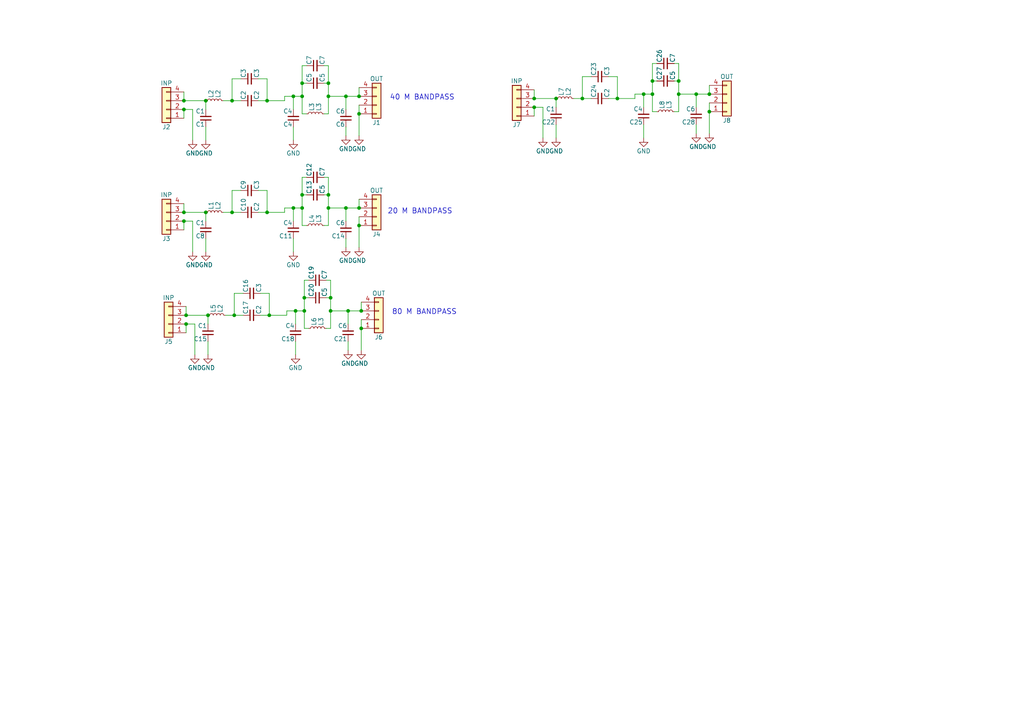
<source format=kicad_sch>
(kicad_sch (version 20211123) (generator eeschema)
  (paper "A4")
  (lib_symbols
    (symbol "SerialResonantFilter-rescue:C_Small" (pin_numbers hide) (pin_names (offset 0.254) hide)
      (property "Reference" "C" (at 0.254 1.778 0))
      (property "Value" "C_Small" (at 0.254 -2.032 0))
      (symbol "C_Small_0_1"
        (polyline (pts (xy -1.524 -0.508) (xy 1.524 -0.508)) (stroke (width 0.3302)))
        (polyline (pts (xy -1.524 0.508) (xy 1.524 0.508)) (stroke (width 0.3048)))
      )
      (symbol "C_Small_1_1"
        (pin passive line (at 0 2.54 270) (length 2.032) (name "~") (number "1"))
        (pin passive line (at 0 -2.54 90) (length 2.032) (name "~") (number "2"))
      )
    )
    (symbol "SerialResonantFilter-rescue:Conn_01x04" (pin_names (offset 1.016) hide)
      (property "Reference" "J" (at 0 5.08 0))
      (property "Value" "Conn_01x04" (at 0 -7.62 0))
      (symbol "Conn_01x04_1_1"
        (rectangle (start -1.27 -4.953) (end 0 -5.207) (stroke (width 0.1524)))
        (rectangle (start -1.27 -2.413) (end 0 -2.667) (stroke (width 0.1524)))
        (rectangle (start -1.27 0.127) (end 0 -0.127) (stroke (width 0.1524)))
        (rectangle (start -1.27 2.667) (end 0 2.413) (stroke (width 0.1524)))
        (rectangle (start -1.27 3.81) (end 1.27 -6.35) (stroke (width 0.254)) (fill (type background)))
        (pin passive line (at -5.08 2.54 0) (length 3.81) (name "Pin_1") (number "1"))
        (pin passive line (at -5.08 0 0) (length 3.81) (name "Pin_2") (number "2"))
        (pin passive line (at -5.08 -2.54 0) (length 3.81) (name "Pin_3") (number "3"))
        (pin passive line (at -5.08 -5.08 0) (length 3.81) (name "Pin_4") (number "4"))
      )
    )
    (symbol "SerialResonantFilter-rescue:GND" (power) (pin_names (offset 0))
      (property "Value" "GND" (at 0 -3.81 0))
      (symbol "GND_0_1"
        (polyline (pts (xy 0 0) (xy 0 -1.27) (xy 1.27 -1.27) (xy 0 -2.54) (xy -1.27 -1.27) (xy 0 -1.27)))
      )
      (symbol "GND_1_1"
        (pin power_in line (at 0 0 270) (length 0) hide (name "GND") (number "1"))
      )
    )
    (symbol "SerialResonantFilter-rescue:L_Small" (pin_numbers hide) (pin_names (offset 0.254) hide)
      (property "Reference" "L" (at 0.762 1.016 0))
      (property "Value" "L_Small" (at 0.762 -1.016 0))
      (symbol "L_Small_0_1"
        (arc (start 0 -2.032) (mid 0.508 -1.524) (end 0 -1.016))
        (arc (start 0 -1.016) (mid 0.508 -0.508) (end 0 0))
        (arc (start 0 0) (mid 0.508 0.508) (end 0 1.016))
        (arc (start 0 1.016) (mid 0.508 1.524) (end 0 2.032))
      )
      (symbol "L_Small_1_1"
        (pin passive line (at 0 2.54 270) (length 0.508) (name "~") (number "1"))
        (pin passive line (at 0 -2.54 90) (length 0.508) (name "~") (number "2"))
      )
    )
  )
  (junction (at 85.09 27.94))
  (junction (at 95.25 24.13))
  (junction (at 104.775 95.25))
  (junction (at 95.885 90.17))
  (junction (at 77.47 29.21))
  (junction (at 186.69 27.305))
  (junction (at 168.91 28.575))
  (junction (at 78.105 91.44))
  (junction (at 189.23 27.305))
  (junction (at 53.34 64.135))
  (junction (at 87.63 24.13))
  (junction (at 87.63 27.94))
  (junction (at 154.94 28.575))
  (junction (at 104.14 60.325))
  (junction (at 88.265 90.17))
  (junction (at 85.09 60.325))
  (junction (at 95.885 86.36))
  (junction (at 53.975 93.98))
  (junction (at 53.34 61.595))
  (junction (at 67.31 61.595))
  (junction (at 87.63 56.515))
  (junction (at 104.14 33.02))
  (junction (at 104.14 27.94))
  (junction (at 196.85 23.495))
  (junction (at 95.25 27.94))
  (junction (at 88.265 86.36))
  (junction (at 205.74 32.385))
  (junction (at 201.93 27.305))
  (junction (at 53.34 29.21))
  (junction (at 95.25 56.515))
  (junction (at 59.69 61.595))
  (junction (at 205.74 27.305))
  (junction (at 104.775 90.17))
  (junction (at 87.63 60.325))
  (junction (at 100.965 90.17))
  (junction (at 100.33 60.325))
  (junction (at 53.34 31.75))
  (junction (at 196.85 27.305))
  (junction (at 67.31 29.21))
  (junction (at 60.325 91.44))
  (junction (at 189.23 23.495))
  (junction (at 67.945 91.44))
  (junction (at 100.33 27.94))
  (junction (at 179.07 28.575))
  (junction (at 59.69 29.21))
  (junction (at 161.29 28.575))
  (junction (at 77.47 61.595))
  (junction (at 104.14 65.405))
  (junction (at 95.25 60.325))
  (junction (at 53.975 91.44))
  (junction (at 85.725 90.17))
  (junction (at 154.94 31.115))
  (wire (pts (xy 196.85 27.305) (xy 201.93 27.305)))
  (wire (pts (xy 77.47 22.86) (xy 77.47 29.21)))
  (wire (pts (xy 161.29 28.575) (xy 161.29 31.115)))
  (wire (pts (xy 104.14 27.94) (xy 104.14 25.4)))
  (wire (pts (xy 100.33 31.75) (xy 100.33 27.94)))
  (wire (pts (xy 87.63 33.02) (xy 88.9 33.02)))
  (wire (pts (xy 95.25 27.94) (xy 95.25 33.02)))
  (wire (pts (xy 154.94 31.115) (xy 154.94 33.655)))
  (wire (pts (xy 85.09 40.64) (xy 85.09 36.83)))
  (wire (pts (xy 100.965 101.6) (xy 100.965 99.06)))
  (wire (pts (xy 53.34 26.67) (xy 53.34 29.21)))
  (wire (pts (xy 67.31 29.21) (xy 69.85 29.21)))
  (wire (pts (xy 189.23 18.415) (xy 189.23 23.495)))
  (wire (pts (xy 95.25 60.325) (xy 100.33 60.325)))
  (wire (pts (xy 95.885 86.36) (xy 94.615 86.36)))
  (wire (pts (xy 196.85 18.415) (xy 196.85 23.495)))
  (wire (pts (xy 95.25 51.435) (xy 95.25 56.515)))
  (wire (pts (xy 100.33 39.37) (xy 100.33 36.83)))
  (wire (pts (xy 87.63 27.94) (xy 87.63 33.02)))
  (wire (pts (xy 168.91 22.225) (xy 171.45 22.225)))
  (wire (pts (xy 100.965 90.17) (xy 104.775 90.17)))
  (wire (pts (xy 85.09 73.025) (xy 85.09 69.215)))
  (wire (pts (xy 59.69 73.025) (xy 59.69 69.215)))
  (wire (pts (xy 88.9 56.515) (xy 87.63 56.515)))
  (wire (pts (xy 95.25 65.405) (xy 93.98 65.405)))
  (wire (pts (xy 168.91 28.575) (xy 168.91 22.225)))
  (wire (pts (xy 104.775 90.17) (xy 104.775 87.63)))
  (wire (pts (xy 67.31 22.86) (xy 69.85 22.86)))
  (wire (pts (xy 59.69 29.21) (xy 59.69 31.75)))
  (wire (pts (xy 64.77 29.21) (xy 67.31 29.21)))
  (wire (pts (xy 104.14 30.48) (xy 104.14 33.02)))
  (wire (pts (xy 87.63 51.435) (xy 87.63 56.515)))
  (wire (pts (xy 95.885 81.28) (xy 95.885 86.36)))
  (wire (pts (xy 157.48 31.115) (xy 154.94 31.115)))
  (wire (pts (xy 88.265 95.25) (xy 89.535 95.25)))
  (wire (pts (xy 95.25 24.13) (xy 95.25 27.94)))
  (wire (pts (xy 190.5 23.495) (xy 189.23 23.495)))
  (wire (pts (xy 83.185 91.44) (xy 83.185 90.17)))
  (wire (pts (xy 104.14 33.02) (xy 104.14 39.37)))
  (wire (pts (xy 154.94 28.575) (xy 161.29 28.575)))
  (wire (pts (xy 67.945 91.44) (xy 67.945 85.09)))
  (wire (pts (xy 184.15 27.305) (xy 186.69 27.305)))
  (wire (pts (xy 95.885 81.28) (xy 94.615 81.28)))
  (wire (pts (xy 95.25 19.05) (xy 95.25 24.13)))
  (wire (pts (xy 166.37 28.575) (xy 168.91 28.575)))
  (wire (pts (xy 95.25 56.515) (xy 93.98 56.515)))
  (wire (pts (xy 78.105 91.44) (xy 83.185 91.44)))
  (wire (pts (xy 196.85 27.305) (xy 196.85 32.385)))
  (wire (pts (xy 201.93 38.735) (xy 201.93 36.195)))
  (wire (pts (xy 56.515 102.87) (xy 56.515 93.98)))
  (wire (pts (xy 74.93 22.86) (xy 77.47 22.86)))
  (wire (pts (xy 82.55 29.21) (xy 82.55 27.94)))
  (wire (pts (xy 100.965 93.98) (xy 100.965 90.17)))
  (wire (pts (xy 168.91 28.575) (xy 171.45 28.575)))
  (wire (pts (xy 85.725 93.98) (xy 85.725 90.17)))
  (wire (pts (xy 186.69 27.305) (xy 189.23 27.305)))
  (wire (pts (xy 75.565 85.09) (xy 78.105 85.09)))
  (wire (pts (xy 53.975 91.44) (xy 60.325 91.44)))
  (wire (pts (xy 67.31 61.595) (xy 67.31 55.245)))
  (wire (pts (xy 196.85 23.495) (xy 196.85 27.305)))
  (wire (pts (xy 53.34 29.21) (xy 59.69 29.21)))
  (wire (pts (xy 157.48 40.005) (xy 157.48 31.115)))
  (wire (pts (xy 55.88 40.64) (xy 55.88 31.75)))
  (wire (pts (xy 95.25 51.435) (xy 93.98 51.435)))
  (wire (pts (xy 176.53 28.575) (xy 179.07 28.575)))
  (wire (pts (xy 95.25 27.94) (xy 100.33 27.94)))
  (wire (pts (xy 88.265 90.17) (xy 88.265 95.25)))
  (wire (pts (xy 100.33 60.325) (xy 104.14 60.325)))
  (wire (pts (xy 53.34 64.135) (xy 53.34 66.675)))
  (wire (pts (xy 95.25 24.13) (xy 93.98 24.13)))
  (wire (pts (xy 88.265 86.36) (xy 88.265 90.17)))
  (wire (pts (xy 100.33 64.135) (xy 100.33 60.325)))
  (wire (pts (xy 104.775 92.71) (xy 104.775 95.25)))
  (wire (pts (xy 205.74 29.845) (xy 205.74 32.385)))
  (wire (pts (xy 67.945 91.44) (xy 70.485 91.44)))
  (wire (pts (xy 85.725 90.17) (xy 88.265 90.17)))
  (wire (pts (xy 189.23 18.415) (xy 190.5 18.415)))
  (wire (pts (xy 87.63 19.05) (xy 88.9 19.05)))
  (wire (pts (xy 85.09 60.325) (xy 87.63 60.325)))
  (wire (pts (xy 59.69 61.595) (xy 59.69 64.135)))
  (wire (pts (xy 186.69 31.115) (xy 186.69 27.305)))
  (wire (pts (xy 82.55 61.595) (xy 82.55 60.325)))
  (wire (pts (xy 74.93 29.21) (xy 77.47 29.21)))
  (wire (pts (xy 205.74 32.385) (xy 205.74 38.735)))
  (wire (pts (xy 53.34 31.75) (xy 53.34 34.29)))
  (wire (pts (xy 104.14 62.865) (xy 104.14 65.405)))
  (wire (pts (xy 104.14 60.325) (xy 104.14 57.785)))
  (wire (pts (xy 55.88 73.025) (xy 55.88 64.135)))
  (wire (pts (xy 60.325 91.44) (xy 60.325 93.98)))
  (wire (pts (xy 95.885 86.36) (xy 95.885 90.17)))
  (wire (pts (xy 67.31 29.21) (xy 67.31 22.86)))
  (wire (pts (xy 78.105 85.09) (xy 78.105 91.44)))
  (wire (pts (xy 176.53 22.225) (xy 179.07 22.225)))
  (wire (pts (xy 55.88 31.75) (xy 53.34 31.75)))
  (wire (pts (xy 100.33 71.755) (xy 100.33 69.215)))
  (wire (pts (xy 53.34 59.055) (xy 53.34 61.595)))
  (wire (pts (xy 85.725 102.87) (xy 85.725 99.06)))
  (wire (pts (xy 87.63 65.405) (xy 88.9 65.405)))
  (wire (pts (xy 67.945 85.09) (xy 70.485 85.09)))
  (wire (pts (xy 87.63 51.435) (xy 88.9 51.435)))
  (wire (pts (xy 74.93 61.595) (xy 77.47 61.595)))
  (wire (pts (xy 189.23 27.305) (xy 189.23 32.385)))
  (wire (pts (xy 179.07 28.575) (xy 184.15 28.575)))
  (wire (pts (xy 201.93 27.305) (xy 205.74 27.305)))
  (wire (pts (xy 95.25 60.325) (xy 95.25 65.405)))
  (wire (pts (xy 85.09 31.75) (xy 85.09 27.94)))
  (wire (pts (xy 195.58 18.415) (xy 196.85 18.415)))
  (wire (pts (xy 77.47 29.21) (xy 82.55 29.21)))
  (wire (pts (xy 85.09 27.94) (xy 87.63 27.94)))
  (wire (pts (xy 95.25 19.05) (xy 93.98 19.05)))
  (wire (pts (xy 88.265 81.28) (xy 89.535 81.28)))
  (wire (pts (xy 60.325 102.87) (xy 60.325 99.06)))
  (wire (pts (xy 87.63 19.05) (xy 87.63 24.13)))
  (wire (pts (xy 87.63 56.515) (xy 87.63 60.325)))
  (wire (pts (xy 95.885 95.25) (xy 94.615 95.25)))
  (wire (pts (xy 186.69 40.005) (xy 186.69 36.195)))
  (wire (pts (xy 189.23 32.385) (xy 190.5 32.385)))
  (wire (pts (xy 85.09 64.135) (xy 85.09 60.325)))
  (wire (pts (xy 89.535 86.36) (xy 88.265 86.36)))
  (wire (pts (xy 56.515 93.98) (xy 53.975 93.98)))
  (wire (pts (xy 104.775 95.25) (xy 104.775 101.6)))
  (wire (pts (xy 196.85 23.495) (xy 195.58 23.495)))
  (wire (pts (xy 74.93 55.245) (xy 77.47 55.245)))
  (wire (pts (xy 53.975 88.9) (xy 53.975 91.44)))
  (wire (pts (xy 77.47 61.595) (xy 82.55 61.595)))
  (wire (pts (xy 104.14 65.405) (xy 104.14 71.755)))
  (wire (pts (xy 82.55 27.94) (xy 85.09 27.94)))
  (wire (pts (xy 95.25 33.02) (xy 93.98 33.02)))
  (wire (pts (xy 179.07 22.225) (xy 179.07 28.575)))
  (wire (pts (xy 88.265 81.28) (xy 88.265 86.36)))
  (wire (pts (xy 53.975 93.98) (xy 53.975 96.52)))
  (wire (pts (xy 67.31 55.245) (xy 69.85 55.245)))
  (wire (pts (xy 87.63 24.13) (xy 87.63 27.94)))
  (wire (pts (xy 53.34 61.595) (xy 59.69 61.595)))
  (wire (pts (xy 184.15 28.575) (xy 184.15 27.305)))
  (wire (pts (xy 88.9 24.13) (xy 87.63 24.13)))
  (wire (pts (xy 87.63 60.325) (xy 87.63 65.405)))
  (wire (pts (xy 55.88 64.135) (xy 53.34 64.135)))
  (wire (pts (xy 201.93 31.115) (xy 201.93 27.305)))
  (wire (pts (xy 95.25 56.515) (xy 95.25 60.325)))
  (wire (pts (xy 100.33 27.94) (xy 104.14 27.94)))
  (wire (pts (xy 67.31 61.595) (xy 69.85 61.595)))
  (wire (pts (xy 59.69 40.64) (xy 59.69 36.83)))
  (wire (pts (xy 77.47 55.245) (xy 77.47 61.595)))
  (wire (pts (xy 205.74 27.305) (xy 205.74 24.765)))
  (wire (pts (xy 154.94 26.035) (xy 154.94 28.575)))
  (wire (pts (xy 189.23 23.495) (xy 189.23 27.305)))
  (wire (pts (xy 161.29 40.005) (xy 161.29 36.195)))
  (wire (pts (xy 65.405 91.44) (xy 67.945 91.44)))
  (wire (pts (xy 83.185 90.17) (xy 85.725 90.17)))
  (wire (pts (xy 75.565 91.44) (xy 78.105 91.44)))
  (wire (pts (xy 196.85 32.385) (xy 195.58 32.385)))
  (wire (pts (xy 64.77 61.595) (xy 67.31 61.595)))
  (wire (pts (xy 95.885 90.17) (xy 100.965 90.17)))
  (wire (pts (xy 95.885 90.17) (xy 95.885 95.25)))
  (wire (pts (xy 82.55 60.325) (xy 85.09 60.325)))
  (text "40 M BANDPASS\n" (at 113.03 29.21 0) (effects (font (size 1.524 1.524)) (justify left bottom)))
  (text "20 M BANDPASS" (at 112.395 62.23 0) (effects (font (size 1.524 1.524)) (justify left bottom)))
  (text "80 M BANDPASS" (at 113.665 91.44 0) (effects (font (size 1.524 1.524)) (justify left bottom)))
  (symbol (lib_id "SerialResonantFilter-rescue:GND") (at 55.88 40.64 0) (unit 1)
    (property "Reference" "#PWR01" (effects hide))
    (property "Value" "GND" (at 55.88 44.45 0))
  )
  (symbol (lib_id "SerialResonantFilter-rescue:GND") (at 104.14 39.37 0) (unit 1)
    (property "Reference" "#PWR024" (effects hide))
    (property "Value" "GND" (at 104.14 43.18 0))
  )
  (symbol (lib_id "SerialResonantFilter-rescue:C_Small") (at 59.69 34.29 180) (unit 1)
    (property "Reference" "C1" (at 59.436 36.068 0) (effects (justify left)))
    (property "Value" "C1" (at 59.436 32.258 0) (effects (justify left)))
    (property "Footprint" "Capacitor_SMD:C_1206_3216Metric_Pad1.33x1.80mm_HandSolder" (effects hide))
    (property "LCSC" "C527285" (effects hide))
  )
  (symbol (lib_id "SerialResonantFilter-rescue:GND") (at 59.69 40.64 0) (unit 1)
    (property "Reference" "#PWR06" (effects hide))
    (property "Value" "GND" (at 59.69 44.45 0))
  )
  (symbol (lib_id "SerialResonantFilter-rescue:L_Small") (at 62.23 29.21 90) (unit 1)
    (property "Reference" "L2" (at 61.214 28.448 0) (effects (justify left)))
    (property "Value" "L2" (at 63.246 28.448 0) (effects (justify left)))
    (property "Footprint" "SerialResonantFilter:L_Toroid_Horizontal_D12.7mm_Compact" (effects hide))
  )
  (symbol (lib_id "SerialResonantFilter-rescue:C_Small") (at 72.39 29.21 90) (unit 1)
    (property "Reference" "C2" (at 70.612 28.956 0) (effects (justify left)))
    (property "Value" "C2" (at 74.422 28.956 0) (effects (justify left)))
    (property "Footprint" "Capacitor_SMD:C_1206_3216Metric_Pad1.33x1.80mm_HandSolder" (effects hide))
    (property "LCSC" "C527339" (effects hide))
  )
  (symbol (lib_id "SerialResonantFilter-rescue:C_Small") (at 72.39 22.86 90) (unit 1)
    (property "Reference" "C3" (at 70.612 22.606 0) (effects (justify left)))
    (property "Value" "C3" (at 74.422 22.606 0) (effects (justify left)))
    (property "Footprint" "Capacitor_SMD:C_1206_3216Metric_Pad1.33x1.80mm_HandSolder" (effects hide))
  )
  (symbol (lib_id "SerialResonantFilter-rescue:C_Small") (at 85.09 34.29 180) (unit 1)
    (property "Reference" "C4" (at 84.836 36.068 0) (effects (justify left)))
    (property "Value" "C4" (at 84.836 32.258 0) (effects (justify left)))
    (property "Footprint" "Capacitor_SMD:C_1206_3216Metric_Pad1.33x1.80mm_HandSolder" (effects hide))
    (property "Field4" "C527339" (effects hide))
  )
  (symbol (lib_id "SerialResonantFilter-rescue:GND") (at 85.09 40.64 0) (unit 1)
    (property "Reference" "#PWR015" (effects hide))
    (property "Value" "GND" (at 85.09 44.45 0))
  )
  (symbol (lib_id "SerialResonantFilter-rescue:C_Small") (at 100.33 34.29 180) (unit 1)
    (property "Reference" "C6" (at 100.076 36.068 0) (effects (justify left)))
    (property "Value" "C6" (at 100.076 32.258 0) (effects (justify left)))
    (property "Footprint" "Capacitor_SMD:C_1206_3216Metric_Pad1.33x1.80mm_HandSolder" (effects hide))
    (property "Field4" "C527339" (effects hide))
  )
  (symbol (lib_id "SerialResonantFilter-rescue:GND") (at 100.33 39.37 0) (unit 1)
    (property "Reference" "#PWR021" (effects hide))
    (property "Value" "GND" (at 100.33 43.18 0))
  )
  (symbol (lib_id "SerialResonantFilter-rescue:C_Small") (at 91.44 24.13 90) (unit 1)
    (property "Reference" "C5" (at 89.662 23.876 0) (effects (justify left)))
    (property "Value" "C5" (at 93.472 23.876 0) (effects (justify left)))
    (property "Footprint" "Capacitor_SMD:C_1206_3216Metric_Pad1.33x1.80mm_HandSolder" (effects hide))
    (property "LCSC" "C527285" (effects hide))
  )
  (symbol (lib_id "SerialResonantFilter-rescue:L_Small") (at 91.44 33.02 90) (unit 1)
    (property "Reference" "L3" (at 90.424 32.258 0) (effects (justify left)))
    (property "Value" "L3" (at 92.456 32.258 0) (effects (justify left)))
    (property "Footprint" "SerialResonantFilter:L_Toroid_Horizontal_D12.7mm_Compact" (effects hide))
  )
  (symbol (lib_id "SerialResonantFilter-rescue:Conn_01x04") (at 109.22 30.48 0) (mirror x) (unit 1) (in_bom no)
    (property "Reference" "J1" (at 109.22 35.56 0))
    (property "Value" "OUT" (at 109.22 22.86 0))
    (property "Footprint" "Pin_Headers:Pin_Header_Straight_1x04_Pitch2.54mm" (effects hide))
  )
  (symbol (lib_id "SerialResonantFilter-rescue:Conn_01x04") (at 48.26 31.75 180) (unit 1) (in_bom no)
    (property "Reference" "J2" (at 48.26 36.83 0))
    (property "Value" "INP" (at 48.26 24.13 0))
    (property "Footprint" "Pin_Headers:Pin_Header_Straight_1x04_Pitch2.54mm" (effects hide))
  )
  (symbol (lib_id "SerialResonantFilter-rescue:C_Small") (at 91.44 19.05 90) (unit 1)
    (property "Reference" "C7" (at 89.662 18.796 0) (effects (justify left)))
    (property "Value" "C7" (at 93.472 18.796 0) (effects (justify left)))
    (property "Footprint" "Capacitor_SMD:C_1206_3216Metric_Pad1.33x1.80mm_HandSolder" (effects hide))
  )
  (symbol (lib_id "SerialResonantFilter-rescue:GND") (at 85.725 102.87 0) (unit 1)
    (property "Reference" "#PWR0106" (effects hide))
    (property "Value" "GND" (at 85.725 106.68 0))
  )
  (symbol (lib_id "SerialResonantFilter-rescue:L_Small") (at 163.83 28.575 90) (unit 1)
    (property "Reference" "L7" (at 162.814 27.813 0) (effects (justify left)))
    (property "Value" "L2" (at 164.846 27.813 0) (effects (justify left)))
    (property "Footprint" "SerialResonantFilter:L_Toroid_Horizontal_D12.7mm_Compact" (effects hide))
  )
  (symbol (lib_id "SerialResonantFilter-rescue:GND") (at 100.33 71.755 0) (unit 1)
    (property "Reference" "#PWR0101" (effects hide))
    (property "Value" "GND" (at 100.33 75.565 0))
  )
  (symbol (lib_id "SerialResonantFilter-rescue:C_Small") (at 100.33 66.675 180) (unit 1)
    (property "Reference" "C14" (at 100.076 68.453 0) (effects (justify left)))
    (property "Value" "C6" (at 100.076 64.643 0) (effects (justify left)))
    (property "Footprint" "Capacitor_SMD:C_1206_3216Metric_Pad1.33x1.80mm_HandSolder" (effects hide))
    (property "Field4" "C527302" (effects hide))
  )
  (symbol (lib_id "SerialResonantFilter-rescue:GND") (at 186.69 40.005 0) (unit 1)
    (property "Reference" "#PWR0113" (effects hide))
    (property "Value" "GND" (at 186.69 43.815 0))
  )
  (symbol (lib_id "SerialResonantFilter-rescue:C_Small") (at 92.075 81.28 90) (unit 1)
    (property "Reference" "C19" (at 90.297 81.026 0) (effects (justify left)))
    (property "Value" "C7" (at 94.107 81.026 0) (effects (justify left)))
    (property "Footprint" "Capacitor_SMD:C_1206_3216Metric_Pad1.33x1.80mm_HandSolder" (effects hide))
  )
  (symbol (lib_id "SerialResonantFilter-rescue:GND") (at 157.48 40.005 0) (unit 1)
    (property "Reference" "#PWR0115" (effects hide))
    (property "Value" "GND" (at 157.48 43.815 0))
  )
  (symbol (lib_id "SerialResonantFilter-rescue:C_Small") (at 186.69 33.655 180) (unit 1)
    (property "Reference" "C25" (at 186.436 35.433 0) (effects (justify left)))
    (property "Value" "C4" (at 186.436 31.623 0) (effects (justify left)))
    (property "Footprint" "SerialResonantFilter:C_Disc_D5.0mm_W2.5mm_P5.00mm_Dual" (effects hide))
    (property "Field4" "C527339" (effects hide))
  )
  (symbol (lib_id "SerialResonantFilter-rescue:L_Small") (at 91.44 65.405 90) (unit 1)
    (property "Reference" "L4" (at 90.424 64.643 0) (effects (justify left)))
    (property "Value" "L3" (at 92.456 64.643 0) (effects (justify left)))
    (property "Footprint" "SerialResonantFilter:L_Toroid_Horizontal_D12.7mm_Compact" (effects hide))
  )
  (symbol (lib_id "SerialResonantFilter-rescue:C_Small") (at 91.44 56.515 90) (unit 1)
    (property "Reference" "C13" (at 89.662 56.261 0) (effects (justify left)))
    (property "Value" "C5" (at 93.472 56.261 0) (effects (justify left)))
    (property "Footprint" "Capacitor_SMD:C_1206_3216Metric_Pad1.33x1.80mm_HandSolder" (effects hide))
    (property "LCSC" "C577182" (effects hide))
  )
  (symbol (lib_id "SerialResonantFilter-rescue:Conn_01x04") (at 109.855 92.71 0) (mirror x) (unit 1) (in_bom no)
    (property "Reference" "J6" (at 109.855 97.79 0))
    (property "Value" "OUT" (at 109.855 85.09 0))
    (property "Footprint" "Connector_PinSocket_2.54mm:PinSocket_1x04_P2.54mm_Vertical" (effects hide))
  )
  (symbol (lib_id "SerialResonantFilter-rescue:GND") (at 100.965 101.6 0) (unit 1)
    (property "Reference" "#PWR0107" (effects hide))
    (property "Value" "GND" (at 100.965 105.41 0))
  )
  (symbol (lib_id "SerialResonantFilter-rescue:C_Small") (at 59.69 66.675 180) (unit 1)
    (property "Reference" "C8" (at 59.436 68.453 0) (effects (justify left)))
    (property "Value" "C1" (at 59.436 64.643 0) (effects (justify left)))
    (property "Footprint" "Capacitor_SMD:C_1206_3216Metric_Pad1.33x1.80mm_HandSolder" (effects hide))
    (property "LCSC" "C577182" (effects hide))
  )
  (symbol (lib_id "SerialResonantFilter-rescue:GND") (at 104.775 101.6 0) (unit 1)
    (property "Reference" "#PWR0108" (effects hide))
    (property "Value" "GND" (at 104.775 105.41 0))
  )
  (symbol (lib_id "SerialResonantFilter-rescue:C_Small") (at 193.04 18.415 90) (unit 1)
    (property "Reference" "C26" (at 191.262 18.161 0) (effects (justify left)))
    (property "Value" "C7" (at 195.072 18.161 0) (effects (justify left)))
    (property "Footprint" "SerialResonantFilter:C_Disc_D5.0mm_W2.5mm_P5.00mm_Dual" (effects hide))
  )
  (symbol (lib_id "SerialResonantFilter-rescue:L_Small") (at 193.04 32.385 90) (unit 1)
    (property "Reference" "L8" (at 192.024 31.623 0) (effects (justify left)))
    (property "Value" "L3" (at 194.056 31.623 0) (effects (justify left)))
    (property "Footprint" "SerialResonantFilter:L_Toroid_Horizontal_D12.7mm_Compact" (effects hide))
  )
  (symbol (lib_id "SerialResonantFilter-rescue:C_Small") (at 60.325 96.52 180) (unit 1)
    (property "Reference" "C15" (at 60.071 98.298 0) (effects (justify left)))
    (property "Value" "C1" (at 60.071 94.488 0) (effects (justify left)))
    (property "Footprint" "Capacitor_SMD:C_1206_3216Metric_Pad1.33x1.80mm_HandSolder" (effects hide))
    (property "LCSC" "C541497" (effects hide))
  )
  (symbol (lib_id "SerialResonantFilter-rescue:Conn_01x04") (at 149.86 31.115 180) (unit 1) (in_bom no)
    (property "Reference" "J7" (at 149.86 36.195 0))
    (property "Value" "INP" (at 149.86 23.495 0))
    (property "Footprint" "Connector_PinSocket_2.54mm:PinSocket_1x04_P2.54mm_Vertical" (effects hide))
  )
  (symbol (lib_id "SerialResonantFilter-rescue:GND") (at 201.93 38.735 0) (unit 1)
    (property "Reference" "#PWR0112" (effects hide))
    (property "Value" "GND" (at 201.93 42.545 0))
  )
  (symbol (lib_id "SerialResonantFilter-rescue:C_Small") (at 72.39 61.595 90) (unit 1)
    (property "Reference" "C10" (at 70.612 61.341 0) (effects (justify left)))
    (property "Value" "C2" (at 74.422 61.341 0) (effects (justify left)))
    (property "Footprint" "Capacitor_SMD:C_1206_3216Metric_Pad1.33x1.80mm_HandSolder" (effects hide))
    (property "LCSC" "C527302" (effects hide))
  )
  (symbol (lib_id "SerialResonantFilter-rescue:C_Small") (at 85.725 96.52 180) (unit 1)
    (property "Reference" "C18" (at 85.471 98.298 0) (effects (justify left)))
    (property "Value" "C4" (at 85.471 94.488 0) (effects (justify left)))
    (property "Footprint" "Capacitor_SMD:C_1206_3216Metric_Pad1.33x1.80mm_HandSolder" (effects hide))
    (property "Field4" "C527261" (effects hide))
  )
  (symbol (lib_id "SerialResonantFilter-rescue:C_Small") (at 161.29 33.655 180) (unit 1)
    (property "Reference" "C22" (at 161.036 35.433 0) (effects (justify left)))
    (property "Value" "C1" (at 161.036 31.623 0) (effects (justify left)))
    (property "Footprint" "SerialResonantFilter:C_Disc_D5.0mm_W2.5mm_P5.00mm_Dual" (effects hide))
    (property "LCSC" "C527299" (effects hide))
  )
  (symbol (lib_id "SerialResonantFilter-rescue:L_Small") (at 62.865 91.44 90) (unit 1)
    (property "Reference" "L5" (at 61.849 90.678 0) (effects (justify left)))
    (property "Value" "L2" (at 63.881 90.678 0) (effects (justify left)))
    (property "Footprint" "SerialResonantFilter:L_Toroid_Horizontal_D12.7mm_Compact" (effects hide))
  )
  (symbol (lib_id "SerialResonantFilter-rescue:GND") (at 85.09 73.025 0) (unit 1)
    (property "Reference" "#PWR0103" (effects hide))
    (property "Value" "GND" (at 85.09 76.835 0))
  )
  (symbol (lib_id "SerialResonantFilter-rescue:C_Small") (at 201.93 33.655 180) (unit 1)
    (property "Reference" "C28" (at 201.676 35.433 0) (effects (justify left)))
    (property "Value" "C6" (at 201.676 31.623 0) (effects (justify left)))
    (property "Footprint" "SerialResonantFilter:C_Disc_D5.0mm_W2.5mm_P5.00mm_Dual" (effects hide))
    (property "Field4" "C527339" (effects hide))
  )
  (symbol (lib_id "SerialResonantFilter-rescue:C_Small") (at 173.99 28.575 90) (unit 1)
    (property "Reference" "C24" (at 172.212 28.321 0) (effects (justify left)))
    (property "Value" "C2" (at 176.022 28.321 0) (effects (justify left)))
    (property "Footprint" "SerialResonantFilter:C_Disc_D5.0mm_W2.5mm_P5.00mm_Dual" (effects hide))
    (property "LCSC" "C527339" (effects hide))
  )
  (symbol (lib_id "SerialResonantFilter-rescue:C_Small") (at 173.99 22.225 90) (unit 1)
    (property "Reference" "C23" (at 172.212 21.971 0) (effects (justify left)))
    (property "Value" "C3" (at 176.022 21.971 0) (effects (justify left)))
    (property "Footprint" "SerialResonantFilter:C_Disc_D5.0mm_W2.5mm_P5.00mm_Dual" (effects hide))
  )
  (symbol (lib_id "SerialResonantFilter-rescue:C_Small") (at 91.44 51.435 90) (unit 1)
    (property "Reference" "C12" (at 89.662 51.181 0) (effects (justify left)))
    (property "Value" "C7" (at 93.472 51.181 0) (effects (justify left)))
    (property "Footprint" "Capacitor_SMD:C_1206_3216Metric_Pad1.33x1.80mm_HandSolder" (effects hide))
  )
  (symbol (lib_id "SerialResonantFilter-rescue:Conn_01x04") (at 48.895 93.98 180) (unit 1) (in_bom no)
    (property "Reference" "J5" (at 48.895 99.06 0))
    (property "Value" "INP" (at 48.895 86.36 0))
    (property "Footprint" "Connector_PinSocket_2.54mm:PinSocket_1x04_P2.54mm_Vertical" (effects hide))
  )
  (symbol (lib_id "SerialResonantFilter-rescue:GND") (at 60.325 102.87 0) (unit 1)
    (property "Reference" "#PWR0110" (effects hide))
    (property "Value" "GND" (at 60.325 106.68 0))
  )
  (symbol (lib_id "SerialResonantFilter-rescue:C_Small") (at 73.025 85.09 90) (unit 1)
    (property "Reference" "C16" (at 71.247 84.836 0) (effects (justify left)))
    (property "Value" "C3" (at 75.057 84.836 0) (effects (justify left)))
    (property "Footprint" "Capacitor_SMD:C_1206_3216Metric_Pad1.33x1.80mm_HandSolder" (effects hide))
  )
  (symbol (lib_id "SerialResonantFilter-rescue:C_Small") (at 100.965 96.52 180) (unit 1)
    (property "Reference" "C21" (at 100.711 98.298 0) (effects (justify left)))
    (property "Value" "C6" (at 100.711 94.488 0) (effects (justify left)))
    (property "Footprint" "Capacitor_SMD:C_1206_3216Metric_Pad1.33x1.80mm_HandSolder" (effects hide))
    (property "Field4" "C527261" (effects hide))
  )
  (symbol (lib_id "SerialResonantFilter-rescue:GND") (at 59.69 73.025 0) (unit 1)
    (property "Reference" "#PWR0104" (effects hide))
    (property "Value" "GND" (at 59.69 76.835 0))
  )
  (symbol (lib_id "SerialResonantFilter-rescue:GND") (at 55.88 73.025 0) (unit 1)
    (property "Reference" "#PWR0105" (effects hide))
    (property "Value" "GND" (at 55.88 76.835 0))
  )
  (symbol (lib_id "SerialResonantFilter-rescue:L_Small") (at 62.23 61.595 90) (unit 1)
    (property "Reference" "L1" (at 61.214 60.833 0) (effects (justify left)))
    (property "Value" "L2" (at 63.246 60.833 0) (effects (justify left)))
    (property "Footprint" "SerialResonantFilter:L_Toroid_Horizontal_D12.7mm_Compact" (effects hide))
  )
  (symbol (lib_id "SerialResonantFilter-rescue:Conn_01x04") (at 109.22 62.865 0) (mirror x) (unit 1) (in_bom no)
    (property "Reference" "J4" (at 109.22 67.945 0))
    (property "Value" "OUT" (at 109.22 55.245 0))
    (property "Footprint" "Connector_PinSocket_2.54mm:PinSocket_1x04_P2.54mm_Vertical" (effects hide))
  )
  (symbol (lib_id "SerialResonantFilter-rescue:GND") (at 161.29 40.005 0) (unit 1)
    (property "Reference" "#PWR0114" (effects hide))
    (property "Value" "GND" (at 161.29 43.815 0))
  )
  (symbol (lib_id "SerialResonantFilter-rescue:C_Small") (at 73.025 91.44 90) (unit 1)
    (property "Reference" "C17" (at 71.247 91.186 0) (effects (justify left)))
    (property "Value" "C2" (at 75.057 91.186 0) (effects (justify left)))
    (property "Footprint" "Capacitor_SMD:C_1206_3216Metric_Pad1.33x1.80mm_HandSolder" (effects hide))
    (property "LCSC" "C527261" (effects hide))
  )
  (symbol (lib_id "SerialResonantFilter-rescue:GND") (at 56.515 102.87 0) (unit 1)
    (property "Reference" "#PWR0109" (effects hide))
    (property "Value" "GND" (at 56.515 106.68 0))
  )
  (symbol (lib_id "SerialResonantFilter-rescue:L_Small") (at 92.075 95.25 90) (unit 1)
    (property "Reference" "L6" (at 91.059 94.488 0) (effects (justify left)))
    (property "Value" "L3" (at 93.091 94.488 0) (effects (justify left)))
    (property "Footprint" "SerialResonantFilter:L_Toroid_Horizontal_D12.7mm_Compact" (effects hide))
  )
  (symbol (lib_id "SerialResonantFilter-rescue:Conn_01x04") (at 210.82 29.845 0) (mirror x) (unit 1) (in_bom no)
    (property "Reference" "J8" (at 210.82 34.925 0))
    (property "Value" "OUT" (at 210.82 22.225 0))
    (property "Footprint" "Connector_PinSocket_2.54mm:PinSocket_1x04_P2.54mm_Vertical" (effects hide))
  )
  (symbol (lib_id "SerialResonantFilter-rescue:GND") (at 205.74 38.735 0) (unit 1)
    (property "Reference" "#PWR0111" (effects hide))
    (property "Value" "GND" (at 205.74 42.545 0))
  )
  (symbol (lib_id "SerialResonantFilter-rescue:Conn_01x04") (at 48.26 64.135 180) (unit 1) (in_bom no)
    (property "Reference" "J3" (at 48.26 69.215 0))
    (property "Value" "INP" (at 48.26 56.515 0))
    (property "Footprint" "Connector_PinSocket_2.54mm:PinSocket_1x04_P2.54mm_Vertical" (effects hide))
  )
  (symbol (lib_id "SerialResonantFilter-rescue:C_Small") (at 85.09 66.675 180) (unit 1)
    (property "Reference" "C11" (at 84.836 68.453 0) (effects (justify left)))
    (property "Value" "C4" (at 84.836 64.643 0) (effects (justify left)))
    (property "Footprint" "Capacitor_SMD:C_1206_3216Metric_Pad1.33x1.80mm_HandSolder" (effects hide))
    (property "Field4" "C527302" (effects hide))
  )
  (symbol (lib_id "SerialResonantFilter-rescue:C_Small") (at 92.075 86.36 90) (unit 1)
    (property "Reference" "C20" (at 90.297 86.106 0) (effects (justify left)))
    (property "Value" "C5" (at 94.107 86.106 0) (effects (justify left)))
    (property "Footprint" "Capacitor_SMD:C_1206_3216Metric_Pad1.33x1.80mm_HandSolder" (effects hide))
    (property "LCSC" "C541497" (effects hide))
  )
  (symbol (lib_id "SerialResonantFilter-rescue:C_Small") (at 193.04 23.495 90) (unit 1)
    (property "Reference" "C27" (at 191.262 23.241 0) (effects (justify left)))
    (property "Value" "C5" (at 195.072 23.241 0) (effects (justify left)))
    (property "Footprint" "SerialResonantFilter:C_Disc_D5.0mm_W2.5mm_P5.00mm_Dual" (effects hide))
    (property "LCSC" "C527299" (effects hide))
  )
  (symbol (lib_id "SerialResonantFilter-rescue:C_Small") (at 72.39 55.245 90) (unit 1)
    (property "Reference" "C9" (at 70.612 54.991 0) (effects (justify left)))
    (property "Value" "C3" (at 74.422 54.991 0) (effects (justify left)))
    (property "Footprint" "Capacitor_SMD:C_1206_3216Metric_Pad1.33x1.80mm_HandSolder" (effects hide))
  )
  (symbol (lib_id "SerialResonantFilter-rescue:GND") (at 104.14 71.755 0) (unit 1)
    (property "Reference" "#PWR0102" (effects hide))
    (property "Value" "GND" (at 104.14 75.565 0))
  )
)
</source>
